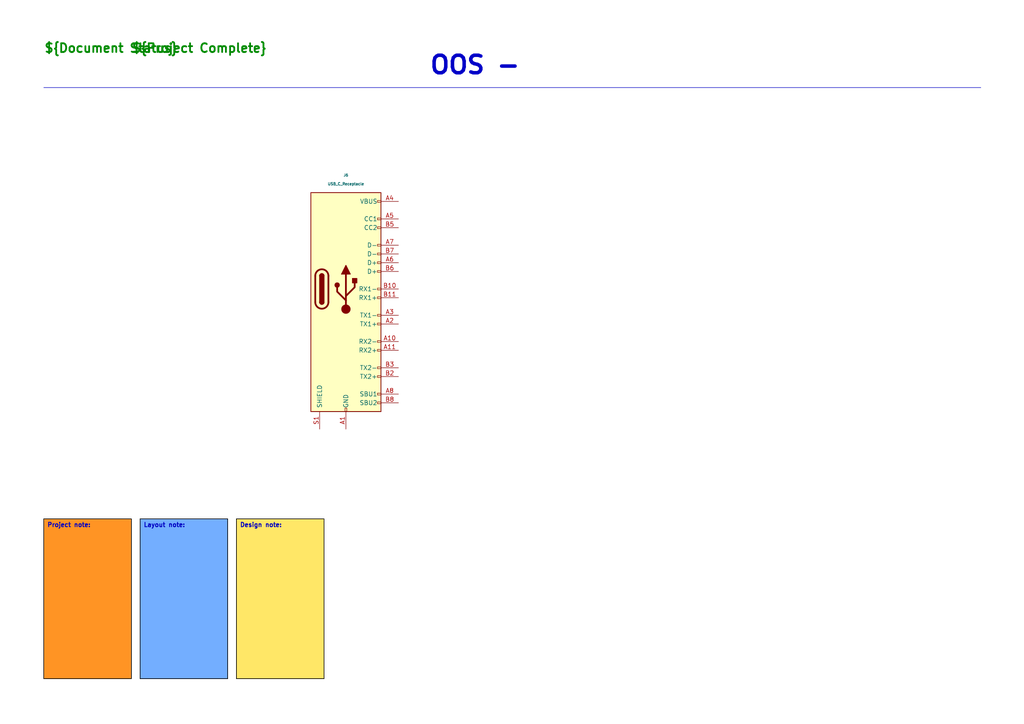
<source format=kicad_sch>
(kicad_sch (version 20250114) (generator "eeschema") (generator_version "9.0")
  (paper "A4")
  (title_block (title "${Project Title}") (date "${Date Start Schematic}") (rev "${Project Revision}") (company "${Company}") (comment 1 "${Engineer}") (comment 2 "${Email}") (comment 3 "${Phone Number}") (comment 4 "${Project Reason}"))
  (lib_symbols
    (symbol "Connector:USB_C_Receptacle" (pin_names (offset 1.016))
      (property "Reference" "J" (at -10.16 29.21 0))
      (property "Value" "USB_C_Receptacle" (at 10.16 29.21 0))
      (symbol "USB_C_Receptacle_0_0"
        (rectangle (start -0.254 -35.56) (end 0.254 -34.544))
        (rectangle (start 10.16 25.654) (end 9.144 25.146))
        (rectangle (start 10.16 20.574) (end 9.144 20.066))
        (rectangle (start 10.16 18.034) (end 9.144 17.526))
        (rectangle (start 10.16 12.954) (end 9.144 12.446))
        (rectangle (start 10.16 10.414) (end 9.144 9.906))
        (rectangle (start 10.16 7.874) (end 9.144 7.366))
        (rectangle (start 10.16 5.334) (end 9.144 4.826))
        (rectangle (start 10.16 0.254) (end 9.144 -0.254))
        (rectangle (start 10.16 -2.286) (end 9.144 -2.794))
        (rectangle (start 10.16 -7.366) (end 9.144 -7.874))
        (rectangle (start 10.16 -9.906) (end 9.144 -10.414))
        (rectangle (start 10.16 -14.986) (end 9.144 -15.494))
        (rectangle (start 10.16 -17.526) (end 9.144 -18.034))
        (rectangle (start 10.16 -22.606) (end 9.144 -23.114))
        (rectangle (start 10.16 -25.146) (end 9.144 -25.654))
        (rectangle (start 10.16 -30.226) (end 9.144 -30.734))
        (rectangle (start 10.16 -32.766) (end 9.144 -33.274))
      )
      (symbol "USB_C_Receptacle_0_1"
        (rectangle (start -10.16 27.94) (end 10.16 -35.56) (stroke (width 0.254)) (fill (type background)))
        (polyline (pts (xy -8.89 -3.81) (xy -8.89 3.81)) (stroke (width 0.508)))
        (rectangle (start -7.62 -3.81) (end -6.35 3.81) (stroke (width 0.254)) (fill (type outline)))
        (arc (start -7.62 3.81) (mid -6.985 4.4423) (end -6.35 3.81) (stroke (width 0.254)))
        (arc (start -7.62 3.81) (mid -6.985 4.4423) (end -6.35 3.81) (stroke (width 0.254)) (fill (type outline)))
        (arc (start -8.89 3.81) (mid -6.985 5.7067) (end -5.08 3.81) (stroke (width 0.508)))
        (arc (start -5.08 -3.81) (mid -6.985 -5.7067) (end -8.89 -3.81) (stroke (width 0.508)))
        (arc (start -6.35 -3.81) (mid -6.985 -4.4423) (end -7.62 -3.81) (stroke (width 0.254)))
        (arc (start -6.35 -3.81) (mid -6.985 -4.4423) (end -7.62 -3.81) (stroke (width 0.254)) (fill (type outline)))
        (polyline (pts (xy -5.08 3.81) (xy -5.08 -3.81)) (stroke (width 0.508)))
      )
      (symbol "USB_C_Receptacle_1_1"
        (circle (center -2.54 1.143) (radius 0.635) (stroke (width 0.254)) (fill (type outline)))
        (polyline (pts (xy -1.27 4.318) (xy 0 6.858) (xy 1.27 4.318) (xy -1.27 4.318)) (stroke (width 0.254)) (fill (type outline)))
        (polyline (pts (xy 0 -2.032) (xy 2.54 0.508) (xy 2.54 1.778)) (stroke (width 0.508)))
        (polyline (pts (xy 0 -3.302) (xy -2.54 -0.762) (xy -2.54 0.508)) (stroke (width 0.508)))
        (polyline (pts (xy 0 -5.842) (xy 0 4.318)) (stroke (width 0.508)))
        (circle (center 0 -5.842) (radius 1.27) (fill (type outline)))
        (rectangle (start 1.905 1.778) (end 3.175 3.048) (stroke (width 0.254)) (fill (type outline)))
        (pin passive line (at -7.62 -40.64 90) (length 5.08) (name "SHIELD") (number "S1"))
        (pin passive line (at 0 -40.64 90) (length 5.08) (name "GND") (number "A1"))
        (pin passive line (at 0 -40.64 90) (length 5.08) (hide yes) (name "GND") (number "A12"))
        (pin passive line (at 0 -40.64 90) (length 5.08) (hide yes) (name "GND") (number "B1"))
        (pin passive line (at 0 -40.64 90) (length 5.08) (hide yes) (name "GND") (number "B12"))
        (pin passive line (at 15.24 25.4 180) (length 5.08) (name "VBUS") (number "A4"))
        (pin passive line (at 15.24 25.4 180) (length 5.08) (hide yes) (name "VBUS") (number "A9"))
        (pin passive line (at 15.24 25.4 180) (length 5.08) (hide yes) (name "VBUS") (number "B4"))
        (pin passive line (at 15.24 25.4 180) (length 5.08) (hide yes) (name "VBUS") (number "B9"))
        (pin bidirectional line (at 15.24 20.32 180) (length 5.08) (name "CC1") (number "A5"))
        (pin bidirectional line (at 15.24 17.78 180) (length 5.08) (name "CC2") (number "B5"))
        (pin bidirectional line (at 15.24 12.7 180) (length 5.08) (name "D-") (number "A7"))
        (pin bidirectional line (at 15.24 10.16 180) (length 5.08) (name "D-") (number "B7"))
        (pin bidirectional line (at 15.24 7.62 180) (length 5.08) (name "D+") (number "A6"))
        (pin bidirectional line (at 15.24 5.08 180) (length 5.08) (name "D+") (number "B6"))
        (pin bidirectional line (at 15.24 0 180) (length 5.08) (name "RX1-") (number "B10"))
        (pin bidirectional line (at 15.24 -2.54 180) (length 5.08) (name "RX1+") (number "B11"))
        (pin bidirectional line (at 15.24 -7.62 180) (length 5.08) (name "TX1-") (number "A3"))
        (pin bidirectional line (at 15.24 -10.16 180) (length 5.08) (name "TX1+") (number "A2"))
        (pin bidirectional line (at 15.24 -15.24 180) (length 5.08) (name "RX2-") (number "A10"))
        (pin bidirectional line (at 15.24 -17.78 180) (length 5.08) (name "RX2+") (number "A11"))
        (pin bidirectional line (at 15.24 -22.86 180) (length 5.08) (name "TX2-") (number "B3"))
        (pin bidirectional line (at 15.24 -25.4 180) (length 5.08) (name "TX2+") (number "B2"))
        (pin bidirectional line (at 15.24 -30.48 180) (length 5.08) (name "SBU1") (number "A8"))
        (pin bidirectional line (at 15.24 -33.02 180) (length 5.08) (name "SBU2") (number "B8"))
      )
    )
  )
  (text "${Project Complete}" (at 38.1 12.7 0) (effects (font (size 2.54 2.54) (thickness 0.508) (bold yes)) (justify left top)))
  (text "OOS - ${SHEETNAME}" (at 139.7 19.05 0) (effects (font (size 5.08 5.08) (thickness 1.016) (bold yes))))
  (text "${Document Status}" (at 12.7 12.7 0) (effects (font (size 2.54 2.54) (thickness 0.508) (bold yes)) (justify left top)))
  (text_box "Layout note:\n" (at 40.64 150.495 0) (size 25.4 46.355) (margins 0.9525 0.9525 0.9525 0.9525) (stroke (width 0.2032) (color 0 0 0 1)) (fill (type color) (color 115 174 255 1)) (effects (font (size 1.27 1.27) (thickness 0.254) (bold yes)) (justify left top)))
  (text_box "Project note:" (at 12.7 150.495 0) (size 25.4 46.355) (margins 0.9525 0.9525 0.9525 0.9525) (stroke (width 0.2032) (color 0 0 0 1)) (fill (type color) (color 255 148 36 1)) (effects (font (size 1.27 1.27) (thickness 0.254) (bold yes)) (justify left top)))
  (text_box "Design note:" (at 68.58 150.495 0) (size 25.4 46.355) (margins 0.9525 0.9525 0.9525 0.9525) (stroke (width 0.2032) (color 0 0 0 1)) (fill (type color) (color 255 231 103 1)) (effects (font (size 1.27 1.27) (thickness 0.254) (bold yes)) (justify left top)))
  (polyline (pts (xy 12.7 25.4) (xy 284.48 25.4)))
  (symbol (lib_id "Connector:USB_C_Receptacle") (at 100.33 83.82 0) (unit 1)
    (property "Reference" "J6" (at 100.33 50.8 0) (effects (font (size 0.762 0.762))))
    (property "Value" "USB_C_Receptacle" (at 100.33 53.34 0) (effects (font (size 0.762 0.762))))
    (property "Footprint" "Connector_USB:USB_C_Receptacle_Amphenol_12401548E4-2A" (effects (hide yes)))
    (property "Datasheet" "https://www.usb.org/sites/default/files/documents/usb_type-c.zip" (effects (hide yes)))
    (property "Description" "USB Full-Featured Type-C Receptacle connector" (effects (hide yes)))
  )
)
</source>
